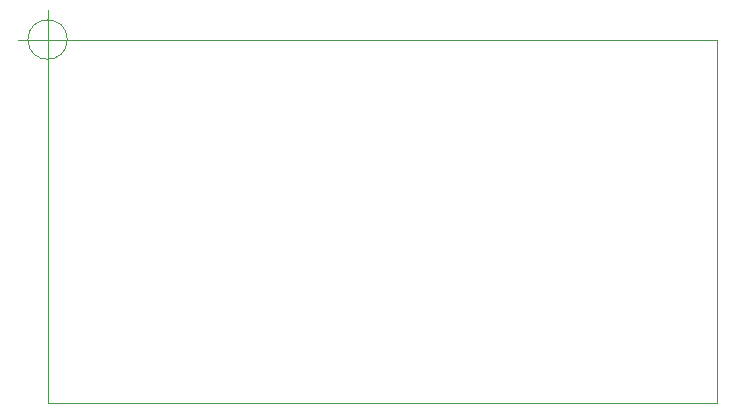
<source format=gbr>
G04 #@! TF.GenerationSoftware,KiCad,Pcbnew,(5.0.0)*
G04 #@! TF.CreationDate,2018-09-03T02:12:29-03:00*
G04 #@! TF.ProjectId,Signal,5369676E616C2E6B696361645F706362,rev?*
G04 #@! TF.SameCoordinates,Original*
G04 #@! TF.FileFunction,Profile,NP*
%FSLAX46Y46*%
G04 Gerber Fmt 4.6, Leading zero omitted, Abs format (unit mm)*
G04 Created by KiCad (PCBNEW (5.0.0)) date 09/03/18 02:12:29*
%MOMM*%
%LPD*%
G01*
G04 APERTURE LIST*
%ADD10C,0.100000*%
G04 APERTURE END LIST*
D10*
X78740000Y-44196000D02*
X80010000Y-44196000D01*
X80010000Y-13462000D02*
X78486000Y-13462000D01*
X25034666Y-13462000D02*
G75*
G03X25034666Y-13462000I-1666666J0D01*
G01*
X20868000Y-13462000D02*
X25868000Y-13462000D01*
X23368000Y-10962000D02*
X23368000Y-15962000D01*
X80010000Y-44196000D02*
X80010000Y-13462000D01*
X23368000Y-44196000D02*
X78740000Y-44196000D01*
X23368000Y-13462000D02*
X23368000Y-44196000D01*
X78740000Y-13462000D02*
X23368000Y-13462000D01*
M02*

</source>
